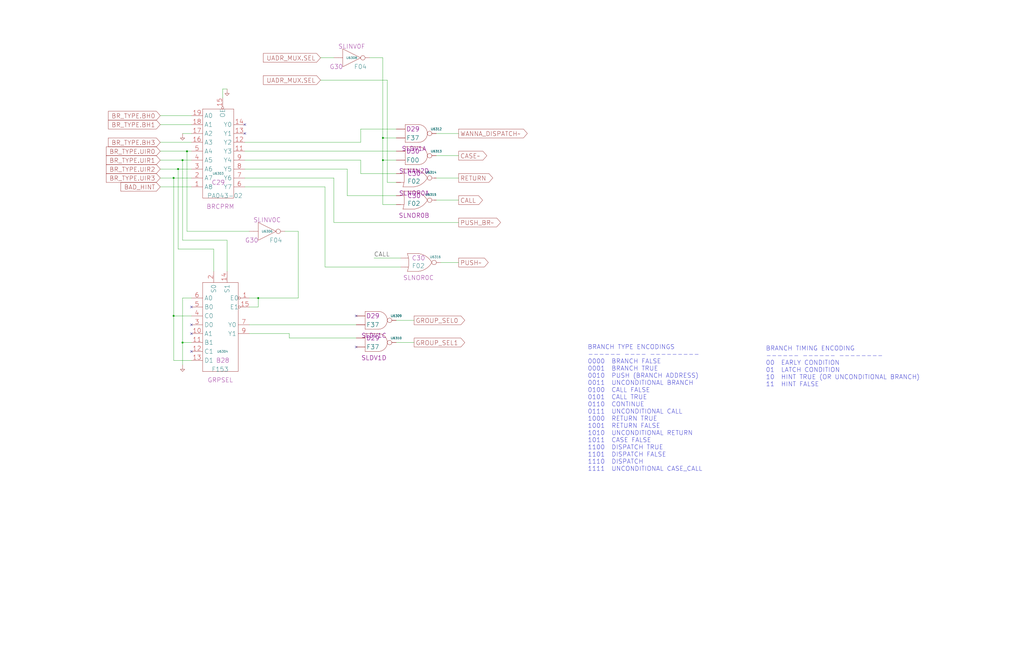
<source format=kicad_sch>
(kicad_sch (version 20230121) (generator eeschema)
  (paper "User" 584.2 378.46)
  (title_block (title "BRANCH TYPE DECODE & UADR OE") (date "22-MAY-90") (rev "1.0") (comment 1 "SEQUENCER") (comment 2 "232-003064") (comment 3 "S400") (comment 4 "RELEASED"))
  (lib_symbols
    (symbol "r1000:F00" (pin_numbers hide) (pin_names hide)
      (property "Reference" "U" (at 15.24 0 0))
      (property "Value" "F00" (at 1.905 -5.08 0))
      (property "Location" "___" (at 1.905 0 0))
      (property "Name" "______" (at 2.54 -12.7 0))
      (symbol "F00_0_1"
        (polyline (pts (xy -2.54 -7.62) (xy 5.08 -7.62)) (stroke (width 0.1524)))
        (polyline (pts (xy -2.54 2.54) (xy -2.54 -7.62)) (stroke (width 0.1524)))
        (polyline (pts (xy -2.54 2.54) (xy 5.08 2.54)) (stroke (width 0.1524)))
        (arc (start 5.08 -7.62) (mid 10.1282 -2.54) (end 5.08 2.54) (stroke (width 0.1524)))
        (circle (center 11.43 -2.54) (radius 1.27) (stroke (width 0.1524)))
      )
      (symbol "F00_0_2"
        (circle (center -3.81 -5.08) (radius 1.27) (stroke (width 0.1524)))
        (circle (center -3.81 0) (radius 1.27) (stroke (width 0.1524)))
        (arc (start -3.175 -7.62) (mid -2.134 -2.54) (end -3.175 2.54) (stroke (width 0.1524)))
        (polyline (pts (xy -3.175 -7.62) (xy 3.81 -7.62)) (stroke (width 0.1524)))
        (polyline (pts (xy -3.175 2.54) (xy 3.81 2.54)) (stroke (width 0.1524)))
        (arc (start 3.81 -7.62) (mid 7.5855 -5.8306) (end 10.16 -2.54) (stroke (width 0.1524)))
        (arc (start 10.16 -2.54) (mid 7.5827 0.7471) (end 3.81 2.54) (stroke (width 0.1524)))
      )
      (symbol "F00_1_1"
        (pin input line (at -7.62 0 0) (length 5.08) (name "D0") (number "1"))
        (pin input line (at -7.62 -5.08 0) (length 5.08) (name "D1") (number "2"))
        (pin output line (at 15.24 -2.54 180) (length 2.54) (name "Q") (number "3"))
      )
      (symbol "F00_1_2"
        (pin input line (at -7.62 0 0) (length 2.54) (name "D0") (number "1"))
        (pin input line (at -7.62 -5.08 0) (length 2.54) (name "D1") (number "2"))
        (pin output line (at 15.24 -2.54 180) (length 5.08) (name "Q") (number "3"))
      )
    )
    (symbol "r1000:F02" (pin_numbers hide) (pin_names hide)
      (property "Reference" "U" (at 12.16 0.635 0))
      (property "Value" "F02" (at -1.27 -4.445 0))
      (property "Location" "___" (at 2.54 0 0))
      (property "Name" "______" (at 2.54 -12.7 0))
      (symbol "F02_0_1"
        (arc (start -3.81 -7.62) (mid -2.9847 -2.54) (end -3.81 2.54) (stroke (width 0.1524)))
        (polyline (pts (xy -5.08 -5.08) (xy -3.175 -5.08)) (stroke (width 0.1524)))
        (polyline (pts (xy -5.08 0) (xy -3.175 0)) (stroke (width 0.1524)))
        (polyline (pts (xy -3.81 -7.62) (xy 2.54 -7.62)) (stroke (width 0.1524)))
        (polyline (pts (xy -3.81 2.54) (xy 2.54 2.54)) (stroke (width 0.1524)))
        (polyline (pts (xy 13.97 -2.54) (xy 12.7 -2.54)) (stroke (width 0.1524)))
        (arc (start 2.54 -7.62) (mid 6.9515 -5.9823) (end 10.16 -2.54) (stroke (width 0.1524)))
        (arc (start 10.16 -2.54) (mid 6.9478 0.8966) (end 2.54 2.54) (stroke (width 0.1524)))
        (circle (center 11.43 -2.54) (radius 1.27) (stroke (width 0.1524)))
      )
      (symbol "F02_0_2"
        (circle (center -3.81 -5.08) (radius 1.27) (stroke (width 0.1524)))
        (circle (center -3.81 0) (radius 1.27) (stroke (width 0.1524)))
        (polyline (pts (xy -2.54 -7.62) (xy 5.08 -7.62)) (stroke (width 0.1524)))
        (polyline (pts (xy -2.54 2.54) (xy -2.54 -7.62)) (stroke (width 0.1524)))
        (polyline (pts (xy -2.54 2.54) (xy 5.08 2.54)) (stroke (width 0.1524)))
        (polyline (pts (xy 11.43 -2.54) (xy 10.16 -2.54)) (stroke (width 0.1524)))
        (polyline (pts (xy 11.43 -2.54) (xy 12.7 -2.54)) (stroke (width 0.1524)))
        (arc (start 5.08 -7.62) (mid 10.1282 -2.54) (end 5.08 2.54) (stroke (width 0.1524)))
      )
      (symbol "F02_1_1"
        (pin input line (at -7.62 0 0) (length 2.54) (name "D0") (number "1"))
        (pin input line (at -7.62 -5.08 0) (length 2.54) (name "D1") (number "2"))
        (pin output line (at 15.24 -2.54 180) (length 1.27) (name "Q") (number "3"))
      )
      (symbol "F02_1_2"
        (pin input line (at -7.62 0 0) (length 2.54) (name "D0") (number "1"))
        (pin input line (at -7.62 -5.08 0) (length 2.54) (name "D1") (number "2"))
        (pin output line (at 15.24 -2.54 180) (length 2.54) (name "Q") (number "3"))
      )
    )
    (symbol "r1000:F04" (pin_numbers hide) (pin_names hide)
      (property "Reference" "U" (at 0 0 0))
      (property "Value" "F04" (at 1.27 -5.08 0))
      (property "Location" "___" (at -12.7 -5.08 0))
      (property "Name" "______" (at 0 5.08 0))
      (symbol "F04_0_1"
        (polyline (pts (xy -7.62 0) (xy -5.08 0)) (stroke (width 0.1524)))
        (polyline (pts (xy -5.08 5.08) (xy -5.08 -5.08)) (stroke (width 0.1524)))
        (polyline (pts (xy 5.08 0) (xy -5.08 -5.08)) (stroke (width 0.1524)))
        (polyline (pts (xy 5.08 0) (xy -5.08 5.08)) (stroke (width 0.1524)))
        (circle (center 6.35 0) (radius 1.27) (stroke (width 0.1524)))
      )
      (symbol "F04_1_1"
        (pin input line (at -10.16 0 0) (length 2.54) (name "D0") (number "1"))
        (pin output line (at 10.16 0 180) (length 2.54) (name "Q") (number "2"))
      )
    )
    (symbol "r1000:F153" (pin_names (offset 1.016))
      (property "Reference" "U" (at 2.54 5.08 0))
      (property "Value" "F153" (at -3.81 -5.08 0))
      (property "Location" "___" (at -1.27 0 0))
      (property "Name" "______" (at 1.27 -12.7 0))
      (symbol "F153_1_1"
        (rectangle (start -8.89 44.45) (end 11.43 -6.35))
        (circle (center 12.065 30.48) (radius 0.635))
        (circle (center 12.065 35.56) (radius 0.635))
        (pin input line (at 17.78 35.56 180) (length 5.08) (name "E0") (number "1"))
        (pin input line (at -15.24 15.24 0) (length 6.35) (name "A1") (number "10"))
        (pin input line (at -15.24 10.16 0) (length 6.35) (name "B1") (number "11"))
        (pin input line (at -15.24 5.08 0) (length 6.35) (name "C1") (number "12"))
        (pin input line (at -15.24 0 0) (length 6.35) (name "D1") (number "13"))
        (pin input line (at 5.08 50.8 270) (length 6.35) (name "S1") (number "14"))
        (pin input line (at 17.78 30.48 180) (length 5.08) (name "E1") (number "15"))
        (pin input line (at -2.54 50.8 270) (length 6.35) (name "S0") (number "2"))
        (pin input line (at -15.24 20.32 0) (length 6.35) (name "D0") (number "3"))
        (pin input line (at -15.24 25.4 0) (length 6.35) (name "C0") (number "4"))
        (pin input line (at -15.24 30.48 0) (length 6.35) (name "B0") (number "5"))
        (pin input line (at -15.24 35.56 0) (length 6.35) (name "A0") (number "6"))
        (pin output line (at 17.78 20.32 180) (length 6.35) (name "Y0") (number "7"))
        (pin output line (at 17.78 15.24 180) (length 6.35) (name "Y1") (number "9"))
      )
    )
    (symbol "r1000:F37" (pin_numbers hide) (pin_names (offset 0) hide)
      (property "Reference" "U" (at 15.24 0 0))
      (property "Value" "F37" (at 1.905 -5.08 0))
      (property "Location" "___" (at 1.905 0 0))
      (property "Name" "______" (at 2.54 -12.7 0))
      (symbol "F37_0_1"
        (polyline (pts (xy -2.54 -7.62) (xy 5.08 -7.62)) (stroke (width 0.1524)))
        (polyline (pts (xy -2.54 2.54) (xy -2.54 -7.62)) (stroke (width 0.1524)))
        (polyline (pts (xy -2.54 2.54) (xy 5.08 2.54)) (stroke (width 0.1524)))
        (arc (start 5.08 -7.62) (mid 10.1282 -2.54) (end 5.08 2.54) (stroke (width 0.1524)))
        (circle (center 11.43 -2.54) (radius 1.27) (stroke (width 0.1524)))
      )
      (symbol "F37_0_2"
        (circle (center -3.81 -5.08) (radius 1.27) (stroke (width 0.1524)))
        (circle (center -3.81 0) (radius 1.27) (stroke (width 0.1524)))
        (arc (start -3.175 -7.62) (mid -2.134 -2.54) (end -3.175 2.54) (stroke (width 0.1524)))
        (polyline (pts (xy -3.175 -7.62) (xy 3.81 -7.62)) (stroke (width 0.1524)))
        (polyline (pts (xy -3.175 2.54) (xy 3.81 2.54)) (stroke (width 0.1524)))
        (arc (start 3.81 -7.62) (mid 7.5855 -5.8306) (end 10.16 -2.54) (stroke (width 0.1524)))
        (arc (start 10.16 -2.54) (mid 7.5827 0.7471) (end 3.81 2.54) (stroke (width 0.1524)))
      )
      (symbol "F37_1_1"
        (pin input line (at -7.62 0 0) (length 5.08) (name "D0") (number "1"))
        (pin input line (at -7.62 -5.08 0) (length 5.08) (name "D1") (number "2"))
        (pin output line (at 15.24 -2.54 180) (length 2.54) (name "Q") (number "3"))
      )
      (symbol "F37_1_2"
        (pin input line (at -7.62 0 0) (length 2.54) (name "D0") (number "1"))
        (pin input line (at -7.62 -5.08 0) (length 2.54) (name "D1") (number "2"))
        (pin output line (at 15.24 -2.54 180) (length 5.08) (name "Q") (number "3"))
      )
    )
    (symbol "r1000:PAxxx" (pin_names (offset 1.016))
      (property "Reference" "U" (at 2.54 5.08 0))
      (property "Value" "PAxxx" (at -3.81 -7.62 0))
      (property "Location" "___" (at -1.27 0 0))
      (property "Name" "______" (at 3.81 -15.24 0))
      (symbol "PAxxx_1_1"
        (rectangle (start -6.35 41.91) (end 11.43 -8.89))
        (circle (center 5.08 42.545) (radius 0.635))
        (pin input line (at -12.7 -2.54 0) (length 6.35) (name "A8") (number "1"))
        (pin tri_state line (at 17.78 17.78 180) (length 6.35) (name "Y3") (number "11"))
        (pin tri_state line (at 17.78 22.86 180) (length 6.35) (name "Y2") (number "12"))
        (pin tri_state line (at 17.78 27.94 180) (length 6.35) (name "Y1") (number "13"))
        (pin tri_state line (at 17.78 33.02 180) (length 6.35) (name "Y0") (number "14"))
        (pin input line (at 5.08 48.26 270) (length 5.08) (name "OE") (number "15"))
        (pin input line (at -12.7 22.86 0) (length 6.35) (name "A3") (number "16"))
        (pin input line (at -12.7 27.94 0) (length 6.35) (name "A2") (number "17"))
        (pin input line (at -12.7 33.02 0) (length 6.35) (name "A1") (number "18"))
        (pin input line (at -12.7 38.1 0) (length 6.35) (name "A0") (number "19"))
        (pin input line (at -12.7 2.54 0) (length 6.35) (name "A7") (number "2"))
        (pin input line (at -12.7 7.62 0) (length 6.35) (name "A6") (number "3"))
        (pin input line (at -12.7 12.7 0) (length 6.35) (name "A5") (number "4"))
        (pin input line (at -12.7 17.78 0) (length 6.35) (name "A4") (number "5"))
        (pin tri_state line (at 17.78 -2.54 180) (length 6.35) (name "Y7") (number "6"))
        (pin tri_state line (at 17.78 2.54 180) (length 6.35) (name "Y6") (number "7"))
        (pin tri_state line (at 17.78 7.62 180) (length 6.35) (name "Y5") (number "8"))
        (pin tri_state line (at 17.78 12.7 180) (length 6.35) (name "Y4") (number "9"))
      )
    )
    (symbol "r1000:PD" (power) (pin_numbers hide) (pin_names hide) (in_bom no)
      (symbol "PD_0_1"
        (polyline (pts (xy 0 -2.54) (xy 1.27 -2.54) (xy 0 -3.81) (xy -1.27 -2.54) (xy 0 -2.54)) (stroke (width 0.1524)))
      )
      (symbol "PD_1_1"
        (pin power_in line (at 0 0 270) (length 2.54) (name "PD") (number "1"))
      )
    )
  )
  (junction (at 218.44 91.44))
  (junction (at 99.06 180.34))
  (junction (at 218.44 78.74))
  (junction (at 106.68 86.36))
  (junction (at 101.6 96.52))
  (junction (at 147.32 170.18))
  (junction (at 104.14 195.58))
  (junction (at 99.06 101.6))
  (junction (at 104.14 91.44))
  (no_connect (at 203.2 198.12))
  (no_connect (at 109.22 185.42))
  (no_connect (at 109.22 175.26))
  (no_connect (at 139.7 71.12))
  (no_connect (at 203.2 180.34))
  (no_connect (at 109.22 200.66))
  (no_connect (at 139.7 76.2))
  (no_connect (at 109.22 190.5))
  (wire (pts (xy 104.14 195.58) (xy 109.22 195.58)))
  (wire (pts (xy 198.12 96.52) (xy 198.12 111.76)))
  (wire (pts (xy 210.82 33.02) (xy 218.44 33.02)))
  (wire (pts (xy 99.06 180.34) (xy 109.22 180.34)))
  (wire (pts (xy 91.44 81.28) (xy 109.22 81.28)))
  (wire (pts (xy 142.24 190.5) (xy 165.1 190.5)))
  (wire (pts (xy 205.74 81.28) (xy 205.74 73.66)))
  (wire (pts (xy 248.92 101.6) (xy 261.62 101.6)))
  (wire (pts (xy 91.44 91.44) (xy 104.14 91.44)))
  (wire (pts (xy 142.24 185.42) (xy 203.2 185.42)))
  (wire (pts (xy 91.44 106.68) (xy 109.22 106.68)))
  (wire (pts (xy 129.54 50.8) (xy 127 50.8)))
  (wire (pts (xy 165.1 190.5) (xy 165.1 193.04)))
  (wire (pts (xy 91.44 71.12) (xy 109.22 71.12)))
  (wire (pts (xy 218.44 33.02) (xy 218.44 78.74)))
  (wire (pts (xy 185.42 106.68) (xy 185.42 152.4)))
  (wire (pts (xy 213.36 147.32) (xy 228.6 147.32)))
  (wire (pts (xy 218.44 91.44) (xy 226.06 91.44)))
  (wire (pts (xy 162.56 132.08) (xy 170.18 132.08)))
  (wire (pts (xy 170.18 132.08) (xy 170.18 170.18)))
  (wire (pts (xy 218.44 91.44) (xy 218.44 116.84)))
  (wire (pts (xy 248.92 76.2) (xy 261.62 76.2)))
  (wire (pts (xy 109.22 205.74) (xy 99.06 205.74)))
  (wire (pts (xy 220.98 45.72) (xy 220.98 104.14)))
  (wire (pts (xy 99.06 101.6) (xy 109.22 101.6)))
  (wire (pts (xy 198.12 111.76) (xy 226.06 111.76)))
  (wire (pts (xy 104.14 170.18) (xy 109.22 170.18)))
  (wire (pts (xy 104.14 208.28) (xy 104.14 195.58)))
  (wire (pts (xy 104.14 137.16) (xy 104.14 91.44)))
  (wire (pts (xy 106.68 132.08) (xy 106.68 86.36)))
  (wire (pts (xy 218.44 78.74) (xy 218.44 91.44)))
  (wire (pts (xy 139.7 81.28) (xy 205.74 81.28)))
  (wire (pts (xy 91.44 96.52) (xy 101.6 96.52)))
  (wire (pts (xy 248.92 114.3) (xy 261.62 114.3)))
  (wire (pts (xy 127 50.8) (xy 127 55.88)))
  (wire (pts (xy 129.54 137.16) (xy 104.14 137.16)))
  (wire (pts (xy 121.92 142.24) (xy 101.6 142.24)))
  (wire (pts (xy 104.14 91.44) (xy 109.22 91.44)))
  (wire (pts (xy 248.92 88.9) (xy 261.62 88.9)))
  (wire (pts (xy 139.7 106.68) (xy 185.42 106.68)))
  (wire (pts (xy 205.74 99.06) (xy 226.06 99.06)))
  (wire (pts (xy 104.14 195.58) (xy 104.14 170.18)))
  (wire (pts (xy 165.1 193.04) (xy 203.2 193.04)))
  (wire (pts (xy 139.7 86.36) (xy 226.06 86.36)))
  (wire (pts (xy 226.06 182.88) (xy 236.22 182.88)))
  (wire (pts (xy 190.5 127) (xy 261.62 127)))
  (wire (pts (xy 99.06 205.74) (xy 99.06 180.34)))
  (wire (pts (xy 142.24 132.08) (xy 106.68 132.08)))
  (wire (pts (xy 218.44 116.84) (xy 226.06 116.84)))
  (wire (pts (xy 190.5 101.6) (xy 190.5 127)))
  (wire (pts (xy 147.32 175.26) (xy 147.32 170.18)))
  (wire (pts (xy 205.74 73.66) (xy 226.06 73.66)))
  (wire (pts (xy 182.88 45.72) (xy 220.98 45.72)))
  (wire (pts (xy 139.7 91.44) (xy 205.74 91.44)))
  (wire (pts (xy 101.6 96.52) (xy 109.22 96.52)))
  (wire (pts (xy 91.44 66.04) (xy 109.22 66.04)))
  (wire (pts (xy 91.44 86.36) (xy 106.68 86.36)))
  (wire (pts (xy 91.44 101.6) (xy 99.06 101.6)))
  (wire (pts (xy 139.7 101.6) (xy 190.5 101.6)))
  (wire (pts (xy 129.54 154.94) (xy 129.54 137.16)))
  (wire (pts (xy 121.92 154.94) (xy 121.92 142.24)))
  (wire (pts (xy 139.7 96.52) (xy 198.12 96.52)))
  (wire (pts (xy 104.14 76.2) (xy 109.22 76.2)))
  (wire (pts (xy 142.24 175.26) (xy 147.32 175.26)))
  (wire (pts (xy 205.74 91.44) (xy 205.74 99.06)))
  (wire (pts (xy 226.06 195.58) (xy 236.22 195.58)))
  (wire (pts (xy 218.44 78.74) (xy 226.06 78.74)))
  (wire (pts (xy 106.68 86.36) (xy 109.22 86.36)))
  (wire (pts (xy 170.18 170.18) (xy 147.32 170.18)))
  (wire (pts (xy 101.6 96.52) (xy 101.6 142.24)))
  (wire (pts (xy 185.42 152.4) (xy 228.6 152.4)))
  (wire (pts (xy 182.88 33.02) (xy 190.5 33.02)))
  (wire (pts (xy 142.24 170.18) (xy 147.32 170.18)))
  (wire (pts (xy 251.46 149.86) (xy 261.62 149.86)))
  (wire (pts (xy 99.06 180.34) (xy 99.06 101.6)))
  (wire (pts (xy 220.98 104.14) (xy 226.06 104.14)))
  (text "BRANCH TIMING ENCODING\n------ ------ --------\n00  EARLY CONDITION\n01  LATCH CONDITION\n10  HINT TRUE (OR UNCONDITIONAL BRANCH)\n11  HINT FALSE" (at 436.88 220.98 0) (effects (font (size 2.54 2.54)) (justify left bottom)))
  (text "BRANCH TYPE ENCODINGS\n------ ---- ---------\n0000  BRANCH FALSE\n0001  BRANCH TRUE\n0010  PUSH (BRANCH ADDRESS)\n0011  UNCONDITIONAL BRANCH\n0100  CALL FALSE\n0101  CALL TRUE\n0110  CONTINUE\n0111  UNCONDITIONAL CALL\n1000  RETURN TRUE\n1001  RETURN FALSE\n1010  UNCONDITIONAL RETURN\n1011  CASE FALSE\n1100  DISPATCH TRUE\n1101  DISPATCH FALSE\n1110  DISPATCH\n1111  UNCONDITIONAL CASE_CALL\n" (at 335.28 269.24 0) (effects (font (size 2.54 2.54)) (justify left bottom)))
  (label "CALL" (at 213.36 147.32 0) (effects (font (size 2.54 2.54))))
  (global_label "BR_TYPE.UIR3" (shape input) (at 91.44 101.6 180) (effects (font (size 2.54 2.54))) (property "Intersheetrefs" "${INTERSHEET_REFS}" (at 60.6092 101.4413 0) (effects (font (size 1.905 1.905)) (justify right))))
  (global_label "GROUP_SEL0" (shape output) (at 236.22 182.88 0) (effects (font (size 2.54 2.54))) (property "Intersheetrefs" "${INTERSHEET_REFS}" (at 265.1155 182.7213 0) (effects (font (size 1.905 1.905)) (justify left))))
  (global_label "BAD_HINT" (shape input) (at 91.44 106.68 180) (effects (font (size 2.54 2.54))) (property "Intersheetrefs" "${INTERSHEET_REFS}" (at 68.955 106.5213 0) (effects (font (size 1.905 1.905)) (justify right))))
  (global_label "CASE~" (shape output) (at 261.62 88.9 0) (effects (font (size 2.54 2.54))) (property "Intersheetrefs" "${INTERSHEET_REFS}" (at 277.6946 88.7413 0) (effects (font (size 1.905 1.905)) (justify left))))
  (global_label "PUSH~" (shape output) (at 261.62 149.86 0) (effects (font (size 2.54 2.54))) (property "Intersheetrefs" "${INTERSHEET_REFS}" (at 278.5412 149.7013 0) (effects (font (size 1.905 1.905)) (justify left))))
  (global_label "BR_TYPE.UIR2" (shape input) (at 91.44 96.52 180) (effects (font (size 2.54 2.54))) (property "Intersheetrefs" "${INTERSHEET_REFS}" (at 60.6092 96.3613 0) (effects (font (size 1.905 1.905)) (justify right))))
  (global_label "BR_TYPE.UIR0" (shape input) (at 91.44 86.36 180) (effects (font (size 2.54 2.54))) (property "Intersheetrefs" "${INTERSHEET_REFS}" (at 60.6092 86.2013 0) (effects (font (size 1.905 1.905)) (justify right))))
  (global_label "BR_TYPE.UIR1" (shape input) (at 91.44 91.44 180) (effects (font (size 2.54 2.54))) (property "Intersheetrefs" "${INTERSHEET_REFS}" (at 60.6092 91.2813 0) (effects (font (size 1.905 1.905)) (justify right))))
  (global_label "UADR_MUX.SEL" (shape input) (at 182.88 45.72 180) (effects (font (size 2.54 2.54))) (property "Intersheetrefs" "${INTERSHEET_REFS}" (at 149.2673 45.5613 0) (effects (font (size 1.905 1.905)) (justify right))))
  (global_label "WANNA_DISPATCH~" (shape output) (at 261.62 76.2 0) (effects (font (size 2.54 2.54))) (property "Intersheetrefs" "${INTERSHEET_REFS}" (at 300.7965 76.0413 0) (effects (font (size 1.905 1.905)) (justify left))))
  (global_label "BR_TYPE.BH1" (shape input) (at 91.44 71.12 180) (effects (font (size 2.54 2.54))) (property "Intersheetrefs" "${INTERSHEET_REFS}" (at 61.8188 70.9613 0) (effects (font (size 1.905 1.905)) (justify right))))
  (global_label "UADR_MUX.SEL" (shape input) (at 182.88 33.02 180) (effects (font (size 2.54 2.54))) (property "Intersheetrefs" "${INTERSHEET_REFS}" (at 150.235 32.8613 0) (effects (font (size 1.905 1.905)) (justify right))))
  (global_label "RETURN" (shape output) (at 261.62 101.6 0) (effects (font (size 2.54 2.54))) (property "Intersheetrefs" "${INTERSHEET_REFS}" (at 281.0812 101.4413 0) (effects (font (size 1.905 1.905)) (justify left))))
  (global_label "GROUP_SEL1" (shape output) (at 236.22 195.58 0) (effects (font (size 2.54 2.54))) (property "Intersheetrefs" "${INTERSHEET_REFS}" (at 265.1155 195.4213 0) (effects (font (size 1.905 1.905)) (justify left))))
  (global_label "BR_TYPE.BH0" (shape input) (at 91.44 66.04 180) (effects (font (size 2.54 2.54))) (property "Intersheetrefs" "${INTERSHEET_REFS}" (at 61.8188 65.8813 0) (effects (font (size 1.905 1.905)) (justify right))))
  (global_label "PUSH_BR~" (shape output) (at 261.62 127 0) (effects (font (size 2.54 2.54))) (property "Intersheetrefs" "${INTERSHEET_REFS}" (at 285.5565 126.8413 0) (effects (font (size 1.905 1.905)) (justify left))))
  (global_label "BR_TYPE.BH3" (shape input) (at 91.44 81.28 180) (effects (font (size 2.54 2.54))) (property "Intersheetrefs" "${INTERSHEET_REFS}" (at 61.8188 81.1213 0) (effects (font (size 1.905 1.905)) (justify right))))
  (global_label "CALL" (shape output) (at 261.62 114.3 0) (effects (font (size 2.54 2.54))) (property "Intersheetrefs" "${INTERSHEET_REFS}" (at 275.2755 114.1413 0) (effects (font (size 1.905 1.905)) (justify left))))
  (symbol (lib_id "r1000:F02") (at 233.68 111.76 0) (unit 1)
    (property "Reference" "U6315" (at 245.84 111.125 0))
    (property "Value" "F02" (at 232.41 116.205 0) (effects (font (size 2.54 2.54)) (justify left)))
    (property "Location" "C30" (at 236.22 111.76 0) (effects (font (size 2.54 2.54))))
    (property "Name" "SLNOR0B" (at 236.22 124.46 0) (effects (font (size 2.54 2.54)) (justify bottom)))
  )
  (symbol (lib_id "r1000:F37") (at 233.68 73.66 0) (unit 1)
    (property "Reference" "U6312" (at 248.92 73.66 0))
    (property "Value" "F37" (at 235.585 78.74 0) (effects (font (size 2.54 2.54))))
    (property "Location" "D29" (at 235.585 73.66 0) (effects (font (size 2.54 2.54))))
    (property "Name" "SLDV1A" (at 236.22 86.36 0) (effects (font (size 2.54 2.54)) (justify bottom)))
  )
  (symbol (lib_id "r1000:F02") (at 233.68 99.06 0) (unit 1)
    (property "Reference" "U6314" (at 245.84 98.425 0))
    (property "Value" "F02" (at 232.41 103.505 0) (effects (font (size 2.54 2.54)) (justify left)))
    (property "Location" "C30" (at 236.22 99.06 0) (effects (font (size 2.54 2.54))))
    (property "Name" "SLNOR0A" (at 236.22 111.76 0) (effects (font (size 2.54 2.54)) (justify bottom)))
  )
  (symbol (lib_id "r1000:F04") (at 200.66 33.02 0) (unit 1)
    (property "Reference" "U6308" (at 200.66 33.02 0))
    (property "Value" "F04" (at 201.93 38.1 0) (effects (font (size 2.54 2.54)) (justify left)))
    (property "Location" "G30" (at 187.96 38.1 0) (effects (font (size 2.54 2.54)) (justify left)))
    (property "Name" "SLINV0F" (at 200.66 27.94 0) (effects (font (size 2.54 2.54)) (justify bottom)))
  )
  (symbol (lib_id "r1000:PD") (at 104.14 76.2 0) (unit 1) (in_bom no)
    (property "Reference" "#PWR06302" (effects hide))
    (property "Value" "PD" (effects hide))
  )
  (symbol (lib_id "r1000:PD") (at 129.54 50.8 0) (unit 1) (in_bom no)
    (property "Reference" "#PWR0150" (effects hide))
    (property "Value" "PD" (effects hide))
  )
  (symbol (lib_id "r1000:F04") (at 152.4 132.08 0) (unit 1)
    (property "Reference" "U6306" (at 152.4 132.08 0))
    (property "Value" "F04" (at 153.67 137.16 0) (effects (font (size 2.54 2.54)) (justify left)))
    (property "Location" "G30" (at 139.7 137.16 0) (effects (font (size 2.54 2.54)) (justify left)))
    (property "Name" "SLINV0C" (at 152.4 127 0) (effects (font (size 2.54 2.54)) (justify bottom)))
  )
  (symbol (lib_id "r1000:F37") (at 210.82 180.34 0) (unit 1)
    (property "Reference" "U6309" (at 226.06 180.34 0))
    (property "Value" "F37" (at 212.725 185.42 0) (effects (font (size 2.54 2.54))))
    (property "Location" "D29" (at 212.725 180.34 0) (effects (font (size 2.54 2.54))))
    (property "Name" "SLDV1C" (at 213.36 193.04 0) (effects (font (size 2.54 2.54)) (justify bottom)))
  )
  (symbol (lib_id "r1000:F02") (at 236.22 147.32 0) (unit 1)
    (property "Reference" "U6316" (at 248.38 146.685 0))
    (property "Value" "F02" (at 234.95 151.765 0) (effects (font (size 2.54 2.54)) (justify left)))
    (property "Location" "C30" (at 238.76 147.32 0) (effects (font (size 2.54 2.54))))
    (property "Name" "SLNOR0C" (at 238.76 160.02 0) (effects (font (size 2.54 2.54)) (justify bottom)))
  )
  (symbol (lib_id "r1000:PAxxx") (at 121.92 104.14 0) (unit 1)
    (property "Reference" "U6303" (at 124.46 99.06 0))
    (property "Value" "PA043-02" (at 118.11 111.76 0) (effects (font (size 2.54 2.54)) (justify left)))
    (property "Location" "C29" (at 120.65 104.14 0) (effects (font (size 2.54 2.54)) (justify left)))
    (property "Name" "BRCPRM" (at 125.73 119.38 0) (effects (font (size 2.54 2.54)) (justify bottom)))
  )
  (symbol (lib_id "r1000:F37") (at 210.82 193.04 0) (unit 1)
    (property "Reference" "U6310" (at 226.06 193.04 0))
    (property "Value" "F37" (at 212.725 198.12 0) (effects (font (size 2.54 2.54))))
    (property "Location" "D29" (at 212.725 193.04 0) (effects (font (size 2.54 2.54))))
    (property "Name" "SLDV1D" (at 213.36 205.74 0) (effects (font (size 2.54 2.54)) (justify bottom)))
  )
  (symbol (lib_id "r1000:F153") (at 124.46 205.74 0) (unit 1)
    (property "Reference" "U6304" (at 127 200.66 0))
    (property "Value" "F153" (at 120.65 210.82 0) (effects (font (size 2.54 2.54)) (justify left)))
    (property "Location" "B28" (at 123.19 205.74 0) (effects (font (size 2.54 2.54)) (justify left)))
    (property "Name" "GRPSEL" (at 125.73 218.44 0) (effects (font (size 2.54 2.54)) (justify bottom)))
  )
  (symbol (lib_id "r1000:F00") (at 233.68 86.36 0) (unit 1)
    (property "Reference" "U6313" (at 248.92 86.36 0))
    (property "Value" "F00" (at 235.585 91.44 0) (effects (font (size 2.54 2.54))))
    (property "Location" "D30" (at 235.585 86.36 0) (effects (font (size 2.54 2.54))))
    (property "Name" "SLNAN2D" (at 236.22 99.06 0) (effects (font (size 2.54 2.54)) (justify bottom)))
  )
  (symbol (lib_id "r1000:PD") (at 104.14 208.28 0) (unit 1) (in_bom no)
    (property "Reference" "#PWR06303" (effects hide))
    (property "Value" "PD" (effects hide))
  )
)
</source>
